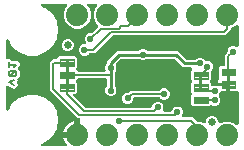
<source format=gbl>
G04 EAGLE Gerber RS-274X export*
G75*
%MOMM*%
%FSLAX34Y34*%
%LPD*%
%INBottom Copper*%
%IPPOS*%
%AMOC8*
5,1,8,0,0,1.08239X$1,22.5*%
G01*
%ADD10C,0.177800*%
%ADD11C,0.099059*%
%ADD12C,1.879600*%
%ADD13C,0.635000*%
%ADD14C,0.554000*%
%ADD15C,0.152400*%
%ADD16C,0.254000*%

G36*
X53303Y3054D02*
X53303Y3054D01*
X53343Y3051D01*
X53461Y3074D01*
X53579Y3089D01*
X53617Y3103D01*
X53656Y3111D01*
X53764Y3162D01*
X53875Y3206D01*
X53907Y3229D01*
X53943Y3246D01*
X54036Y3322D01*
X54133Y3392D01*
X54158Y3423D01*
X54189Y3448D01*
X54259Y3545D01*
X54335Y3637D01*
X54352Y3673D01*
X54376Y3706D01*
X54420Y3817D01*
X54471Y3925D01*
X54478Y3964D01*
X54493Y4001D01*
X54508Y4120D01*
X54531Y4237D01*
X54528Y4277D01*
X54533Y4317D01*
X54518Y4435D01*
X54511Y4555D01*
X54499Y4593D01*
X54494Y4632D01*
X54450Y4743D01*
X54413Y4857D01*
X54392Y4891D01*
X54377Y4928D01*
X54291Y5064D01*
X53289Y6443D01*
X52436Y8117D01*
X51855Y9904D01*
X51815Y10161D01*
X62230Y10161D01*
X62348Y10176D01*
X62467Y10183D01*
X62505Y10196D01*
X62545Y10201D01*
X62656Y10244D01*
X62769Y10281D01*
X62803Y10303D01*
X62841Y10318D01*
X62937Y10388D01*
X63038Y10451D01*
X63066Y10481D01*
X63098Y10504D01*
X63174Y10596D01*
X63256Y10683D01*
X63275Y10718D01*
X63301Y10749D01*
X63352Y10857D01*
X63409Y10961D01*
X63420Y11001D01*
X63437Y11037D01*
X63459Y11154D01*
X63489Y11269D01*
X63493Y11330D01*
X63497Y11350D01*
X63495Y11370D01*
X63499Y11430D01*
X63499Y12701D01*
X64770Y12701D01*
X64888Y12716D01*
X65007Y12723D01*
X65045Y12736D01*
X65085Y12741D01*
X65196Y12785D01*
X65309Y12821D01*
X65344Y12843D01*
X65381Y12858D01*
X65477Y12928D01*
X65578Y12991D01*
X65606Y13021D01*
X65639Y13045D01*
X65714Y13136D01*
X65796Y13223D01*
X65816Y13258D01*
X65841Y13290D01*
X65892Y13397D01*
X65950Y13502D01*
X65960Y13541D01*
X65977Y13577D01*
X65999Y13694D01*
X66029Y13809D01*
X66033Y13870D01*
X66037Y13890D01*
X66035Y13910D01*
X66039Y13970D01*
X66039Y25630D01*
X66024Y25748D01*
X66017Y25867D01*
X66004Y25905D01*
X65999Y25946D01*
X65956Y26056D01*
X65919Y26169D01*
X65897Y26204D01*
X65882Y26241D01*
X65812Y26337D01*
X65749Y26438D01*
X65719Y26466D01*
X65695Y26499D01*
X65604Y26575D01*
X65517Y26656D01*
X65482Y26676D01*
X65451Y26701D01*
X65343Y26752D01*
X65239Y26810D01*
X65199Y26820D01*
X65163Y26837D01*
X65046Y26859D01*
X64931Y26889D01*
X64870Y26893D01*
X64850Y26897D01*
X64830Y26895D01*
X64770Y26899D01*
X64029Y26899D01*
X40385Y50543D01*
X40385Y74056D01*
X43038Y76709D01*
X45276Y76709D01*
X45394Y76724D01*
X45512Y76731D01*
X45551Y76744D01*
X45591Y76749D01*
X45702Y76792D01*
X45815Y76829D01*
X45849Y76851D01*
X45887Y76866D01*
X45983Y76935D01*
X46084Y76999D01*
X46111Y77029D01*
X46144Y77052D01*
X46220Y77144D01*
X46302Y77231D01*
X46321Y77266D01*
X46347Y77297D01*
X46398Y77405D01*
X46455Y77509D01*
X46465Y77549D01*
X46482Y77585D01*
X46505Y77702D01*
X46514Y77737D01*
X48026Y79249D01*
X61829Y79249D01*
X63310Y77768D01*
X63310Y70060D01*
X62855Y69605D01*
X62782Y69511D01*
X62703Y69421D01*
X62684Y69385D01*
X62660Y69353D01*
X62612Y69244D01*
X62558Y69138D01*
X62549Y69099D01*
X62533Y69061D01*
X62515Y68944D01*
X62489Y68828D01*
X62490Y68787D01*
X62483Y68747D01*
X62495Y68629D01*
X62498Y68510D01*
X62509Y68471D01*
X62513Y68431D01*
X62554Y68319D01*
X62587Y68204D01*
X62607Y68169D01*
X62621Y68131D01*
X62688Y68033D01*
X62748Y67930D01*
X62788Y67885D01*
X62799Y67868D01*
X62815Y67855D01*
X62855Y67810D01*
X63332Y67332D01*
X63333Y67327D01*
X63345Y67289D01*
X63350Y67248D01*
X63394Y67138D01*
X63431Y67025D01*
X63452Y66990D01*
X63467Y66953D01*
X63537Y66857D01*
X63601Y66756D01*
X63630Y66728D01*
X63654Y66695D01*
X63746Y66619D01*
X63832Y66538D01*
X63868Y66518D01*
X63899Y66493D01*
X64007Y66442D01*
X64111Y66384D01*
X64150Y66374D01*
X64187Y66357D01*
X64303Y66335D01*
X64419Y66305D01*
X64479Y66301D01*
X64499Y66297D01*
X64519Y66299D01*
X64579Y66295D01*
X86217Y66295D01*
X86267Y66301D01*
X86316Y66299D01*
X86424Y66321D01*
X86533Y66335D01*
X86579Y66353D01*
X86628Y66363D01*
X86726Y66411D01*
X86829Y66452D01*
X86869Y66481D01*
X86913Y66503D01*
X86997Y66574D01*
X87086Y66638D01*
X87118Y66677D01*
X87155Y66709D01*
X87219Y66799D01*
X87289Y66883D01*
X87310Y66928D01*
X87339Y66969D01*
X87378Y67072D01*
X87424Y67171D01*
X87434Y67220D01*
X87451Y67266D01*
X87463Y67376D01*
X87484Y67483D01*
X87481Y67533D01*
X87487Y67582D01*
X87471Y67691D01*
X87464Y67801D01*
X87449Y67848D01*
X87442Y67897D01*
X87390Y68050D01*
X87145Y68641D01*
X87145Y70551D01*
X87876Y72317D01*
X88274Y72714D01*
X88334Y72792D01*
X88402Y72864D01*
X88431Y72917D01*
X88468Y72965D01*
X88508Y73056D01*
X88556Y73142D01*
X88571Y73201D01*
X88595Y73257D01*
X88610Y73355D01*
X88635Y73450D01*
X88641Y73550D01*
X88645Y73571D01*
X88643Y73583D01*
X88645Y73611D01*
X88645Y75028D01*
X97692Y84075D01*
X115285Y84075D01*
X115383Y84087D01*
X115482Y84090D01*
X115540Y84107D01*
X115600Y84115D01*
X115693Y84151D01*
X115788Y84179D01*
X115840Y84209D01*
X115896Y84232D01*
X115976Y84290D01*
X116062Y84340D01*
X116137Y84406D01*
X116153Y84418D01*
X116161Y84428D01*
X116182Y84446D01*
X116579Y84844D01*
X118345Y85575D01*
X120255Y85575D01*
X122021Y84844D01*
X122418Y84446D01*
X122496Y84386D01*
X122568Y84318D01*
X122621Y84289D01*
X122669Y84252D01*
X122760Y84212D01*
X122846Y84164D01*
X122905Y84149D01*
X122961Y84125D01*
X123059Y84110D01*
X123154Y84085D01*
X123254Y84079D01*
X123275Y84075D01*
X123287Y84077D01*
X123315Y84075D01*
X148291Y84075D01*
X150597Y81769D01*
X150597Y81768D01*
X155424Y76941D01*
X155502Y76881D01*
X155574Y76813D01*
X155627Y76784D01*
X155675Y76746D01*
X155766Y76707D01*
X155853Y76659D01*
X155911Y76644D01*
X155967Y76620D01*
X156065Y76605D01*
X156161Y76580D01*
X156261Y76574D01*
X156281Y76570D01*
X156293Y76571D01*
X156321Y76570D01*
X163419Y76570D01*
X163517Y76582D01*
X163616Y76585D01*
X163674Y76602D01*
X163734Y76610D01*
X163827Y76646D01*
X163922Y76673D01*
X163974Y76704D01*
X164030Y76727D01*
X164110Y76785D01*
X164196Y76835D01*
X164271Y76901D01*
X164287Y76913D01*
X164295Y76923D01*
X164316Y76941D01*
X164713Y77339D01*
X166479Y78070D01*
X168389Y78070D01*
X170155Y77339D01*
X171603Y75890D01*
X171612Y75876D01*
X171706Y75787D01*
X171796Y75694D01*
X171822Y75679D01*
X171844Y75658D01*
X171957Y75596D01*
X172067Y75528D01*
X172096Y75519D01*
X172122Y75504D01*
X172247Y75472D01*
X172371Y75434D01*
X172401Y75432D01*
X172430Y75425D01*
X172591Y75415D01*
X174691Y75415D01*
X176457Y74684D01*
X177808Y73333D01*
X178539Y71567D01*
X178539Y69657D01*
X177808Y67891D01*
X176966Y67050D01*
X176905Y66972D01*
X176837Y66900D01*
X176808Y66847D01*
X176771Y66799D01*
X176732Y66708D01*
X176684Y66621D01*
X176669Y66562D01*
X176645Y66507D01*
X176629Y66409D01*
X176604Y66313D01*
X176598Y66213D01*
X176595Y66193D01*
X176596Y66180D01*
X176594Y66152D01*
X176594Y59392D01*
X176139Y58936D01*
X176066Y58842D01*
X175987Y58753D01*
X175968Y58717D01*
X175944Y58685D01*
X175896Y58576D01*
X175842Y58470D01*
X175833Y58431D01*
X175817Y58393D01*
X175799Y58276D01*
X175773Y58160D01*
X175774Y58119D01*
X175767Y58079D01*
X175779Y57961D01*
X175782Y57842D01*
X175793Y57803D01*
X175797Y57763D01*
X175838Y57651D01*
X175871Y57536D01*
X175891Y57501D01*
X175905Y57463D01*
X175972Y57365D01*
X176032Y57262D01*
X176072Y57217D01*
X176083Y57200D01*
X176099Y57187D01*
X176139Y57141D01*
X176594Y56686D01*
X176594Y55541D01*
X176600Y55491D01*
X176598Y55442D01*
X176620Y55334D01*
X176634Y55225D01*
X176652Y55179D01*
X176662Y55130D01*
X176711Y55032D01*
X176751Y54930D01*
X176780Y54889D01*
X176802Y54845D01*
X176873Y54761D01*
X176938Y54672D01*
X176976Y54641D01*
X177008Y54603D01*
X177098Y54540D01*
X177183Y54469D01*
X177228Y54448D01*
X177269Y54420D01*
X177371Y54381D01*
X177471Y54334D01*
X177519Y54325D01*
X177566Y54307D01*
X177675Y54295D01*
X177783Y54274D01*
X177833Y54277D01*
X177882Y54272D01*
X177991Y54287D01*
X178100Y54294D01*
X178148Y54309D01*
X178197Y54316D01*
X178349Y54368D01*
X178877Y54587D01*
X180787Y54587D01*
X182336Y53945D01*
X182345Y53943D01*
X182353Y53938D01*
X182498Y53901D01*
X182643Y53861D01*
X182652Y53861D01*
X182661Y53859D01*
X182822Y53849D01*
X189866Y53849D01*
X189866Y49656D01*
X185826Y49656D01*
X185796Y49653D01*
X185767Y49655D01*
X185639Y49633D01*
X185510Y49616D01*
X185483Y49606D01*
X185454Y49600D01*
X185335Y49547D01*
X185214Y49499D01*
X185191Y49482D01*
X185164Y49470D01*
X185062Y49389D01*
X184957Y49313D01*
X184938Y49290D01*
X184915Y49271D01*
X184837Y49168D01*
X184754Y49068D01*
X184742Y49041D01*
X184724Y49017D01*
X184653Y48873D01*
X183904Y47064D01*
X183609Y46769D01*
X183536Y46674D01*
X183457Y46585D01*
X183438Y46549D01*
X183414Y46517D01*
X183366Y46408D01*
X183312Y46302D01*
X183303Y46263D01*
X183287Y46225D01*
X183269Y46108D01*
X183243Y45992D01*
X183244Y45951D01*
X183237Y45911D01*
X183249Y45793D01*
X183252Y45674D01*
X183263Y45635D01*
X183267Y45595D01*
X183308Y45483D01*
X183341Y45368D01*
X183361Y45333D01*
X183375Y45295D01*
X183442Y45197D01*
X183502Y45094D01*
X183542Y45049D01*
X183553Y45032D01*
X183569Y45019D01*
X183609Y44974D01*
X183904Y44679D01*
X184635Y42913D01*
X184635Y41003D01*
X183904Y39237D01*
X182553Y37886D01*
X180787Y37155D01*
X178877Y37155D01*
X177050Y37912D01*
X177022Y37920D01*
X176995Y37933D01*
X176869Y37962D01*
X176743Y37996D01*
X176714Y37996D01*
X176685Y38003D01*
X176555Y37999D01*
X176425Y38001D01*
X176397Y37994D01*
X176367Y37993D01*
X176242Y37957D01*
X176116Y37927D01*
X176090Y37913D01*
X176062Y37905D01*
X175950Y37839D01*
X175835Y37778D01*
X175813Y37758D01*
X175788Y37743D01*
X175667Y37637D01*
X175113Y37083D01*
X161310Y37083D01*
X159829Y38564D01*
X159829Y46272D01*
X160284Y46727D01*
X160357Y46821D01*
X160436Y46911D01*
X160455Y46947D01*
X160479Y46979D01*
X160527Y47088D01*
X160581Y47194D01*
X160590Y47233D01*
X160606Y47271D01*
X160624Y47388D01*
X160650Y47504D01*
X160649Y47545D01*
X160656Y47585D01*
X160644Y47703D01*
X160641Y47822D01*
X160630Y47861D01*
X160626Y47901D01*
X160585Y48013D01*
X160552Y48128D01*
X160532Y48163D01*
X160518Y48201D01*
X160451Y48299D01*
X160391Y48402D01*
X160351Y48447D01*
X160340Y48464D01*
X160324Y48477D01*
X160284Y48522D01*
X159829Y48978D01*
X159829Y56686D01*
X160284Y57141D01*
X160357Y57235D01*
X160436Y57325D01*
X160455Y57361D01*
X160479Y57393D01*
X160527Y57502D01*
X160581Y57608D01*
X160590Y57647D01*
X160606Y57685D01*
X160624Y57802D01*
X160650Y57918D01*
X160649Y57959D01*
X160656Y57999D01*
X160644Y58117D01*
X160641Y58236D01*
X160630Y58275D01*
X160626Y58315D01*
X160585Y58427D01*
X160552Y58542D01*
X160532Y58577D01*
X160518Y58615D01*
X160451Y58713D01*
X160391Y58816D01*
X160351Y58861D01*
X160340Y58878D01*
X160324Y58891D01*
X160284Y58936D01*
X159829Y59392D01*
X159829Y67100D01*
X160526Y67797D01*
X160611Y67907D01*
X160700Y68014D01*
X160709Y68033D01*
X160721Y68049D01*
X160776Y68176D01*
X160836Y68302D01*
X160840Y68322D01*
X160848Y68341D01*
X160870Y68479D01*
X160896Y68614D01*
X160894Y68635D01*
X160898Y68655D01*
X160884Y68793D01*
X160876Y68932D01*
X160870Y68951D01*
X160868Y68971D01*
X160821Y69103D01*
X160778Y69234D01*
X160767Y69251D01*
X160760Y69271D01*
X160682Y69386D01*
X160608Y69503D01*
X160593Y69517D01*
X160582Y69534D01*
X160477Y69626D01*
X160376Y69721D01*
X160358Y69731D01*
X160343Y69744D01*
X160219Y69807D01*
X160098Y69875D01*
X160078Y69880D01*
X160060Y69889D01*
X159924Y69919D01*
X159790Y69954D01*
X159762Y69956D01*
X159750Y69958D01*
X159729Y69958D01*
X159629Y69964D01*
X153060Y69964D01*
X145926Y77098D01*
X145848Y77158D01*
X145776Y77226D01*
X145723Y77255D01*
X145675Y77292D01*
X145584Y77332D01*
X145497Y77380D01*
X145439Y77395D01*
X145383Y77419D01*
X145285Y77434D01*
X145189Y77459D01*
X145089Y77465D01*
X145069Y77469D01*
X145057Y77467D01*
X145029Y77469D01*
X123315Y77469D01*
X123217Y77457D01*
X123118Y77454D01*
X123060Y77437D01*
X123000Y77429D01*
X122907Y77393D01*
X122812Y77365D01*
X122760Y77335D01*
X122704Y77312D01*
X122624Y77254D01*
X122538Y77204D01*
X122463Y77138D01*
X122447Y77126D01*
X122439Y77116D01*
X122418Y77098D01*
X122021Y76700D01*
X120255Y75969D01*
X118345Y75969D01*
X116579Y76700D01*
X116182Y77098D01*
X116104Y77158D01*
X116032Y77226D01*
X115979Y77255D01*
X115931Y77292D01*
X115840Y77332D01*
X115754Y77380D01*
X115695Y77395D01*
X115639Y77419D01*
X115541Y77434D01*
X115446Y77459D01*
X115346Y77465D01*
X115325Y77469D01*
X115313Y77467D01*
X115285Y77469D01*
X100954Y77469D01*
X100856Y77457D01*
X100757Y77454D01*
X100698Y77437D01*
X100638Y77429D01*
X100546Y77393D01*
X100451Y77365D01*
X100399Y77335D01*
X100343Y77312D01*
X100263Y77254D01*
X100177Y77204D01*
X100102Y77138D01*
X100085Y77126D01*
X100077Y77116D01*
X100056Y77098D01*
X96401Y73442D01*
X96383Y73419D01*
X96361Y73400D01*
X96286Y73294D01*
X96206Y73191D01*
X96195Y73164D01*
X96178Y73140D01*
X96132Y73019D01*
X96080Y72899D01*
X96075Y72870D01*
X96065Y72843D01*
X96051Y72714D01*
X96030Y72585D01*
X96033Y72556D01*
X96030Y72527D01*
X96048Y72398D01*
X96060Y72269D01*
X96070Y72241D01*
X96074Y72212D01*
X96126Y72059D01*
X96751Y70551D01*
X96751Y68641D01*
X96020Y66875D01*
X95622Y66478D01*
X95562Y66400D01*
X95494Y66328D01*
X95465Y66275D01*
X95428Y66227D01*
X95388Y66136D01*
X95340Y66050D01*
X95325Y65991D01*
X95301Y65935D01*
X95286Y65837D01*
X95261Y65742D01*
X95255Y65642D01*
X95251Y65621D01*
X95253Y65609D01*
X95251Y65581D01*
X95251Y54307D01*
X95263Y54209D01*
X95266Y54110D01*
X95283Y54052D01*
X95291Y53992D01*
X95327Y53899D01*
X95355Y53804D01*
X95385Y53752D01*
X95408Y53696D01*
X95466Y53616D01*
X95516Y53530D01*
X95582Y53455D01*
X95594Y53439D01*
X95604Y53431D01*
X95622Y53410D01*
X96020Y53013D01*
X96751Y51247D01*
X96751Y49337D01*
X96020Y47571D01*
X94669Y46220D01*
X92903Y45489D01*
X90993Y45489D01*
X89227Y46220D01*
X87876Y47571D01*
X87145Y49337D01*
X87145Y51247D01*
X87876Y53013D01*
X88274Y53410D01*
X88334Y53488D01*
X88402Y53560D01*
X88431Y53613D01*
X88468Y53661D01*
X88508Y53752D01*
X88556Y53838D01*
X88571Y53897D01*
X88595Y53953D01*
X88610Y54051D01*
X88635Y54146D01*
X88641Y54246D01*
X88645Y54267D01*
X88643Y54279D01*
X88645Y54307D01*
X88645Y59436D01*
X88630Y59554D01*
X88623Y59673D01*
X88610Y59711D01*
X88605Y59752D01*
X88562Y59862D01*
X88525Y59975D01*
X88503Y60010D01*
X88488Y60047D01*
X88419Y60143D01*
X88355Y60244D01*
X88325Y60272D01*
X88302Y60305D01*
X88210Y60381D01*
X88123Y60462D01*
X88088Y60482D01*
X88057Y60507D01*
X87949Y60558D01*
X87845Y60616D01*
X87805Y60626D01*
X87769Y60643D01*
X87652Y60665D01*
X87537Y60695D01*
X87477Y60699D01*
X87457Y60703D01*
X87436Y60701D01*
X87376Y60705D01*
X64579Y60705D01*
X64461Y60690D01*
X64343Y60683D01*
X64304Y60670D01*
X64264Y60665D01*
X64153Y60622D01*
X64040Y60585D01*
X64006Y60563D01*
X63968Y60548D01*
X63872Y60479D01*
X63771Y60415D01*
X63744Y60385D01*
X63711Y60362D01*
X63635Y60270D01*
X63553Y60183D01*
X63534Y60148D01*
X63508Y60117D01*
X63457Y60009D01*
X63400Y59905D01*
X63390Y59865D01*
X63373Y59829D01*
X63350Y59712D01*
X63341Y59677D01*
X62855Y59191D01*
X62782Y59097D01*
X62703Y59007D01*
X62684Y58971D01*
X62660Y58939D01*
X62612Y58830D01*
X62558Y58724D01*
X62549Y58685D01*
X62533Y58647D01*
X62515Y58530D01*
X62489Y58414D01*
X62490Y58373D01*
X62483Y58333D01*
X62495Y58215D01*
X62498Y58096D01*
X62509Y58057D01*
X62513Y58017D01*
X62554Y57905D01*
X62587Y57790D01*
X62607Y57755D01*
X62621Y57717D01*
X62688Y57619D01*
X62748Y57516D01*
X62788Y57471D01*
X62799Y57454D01*
X62815Y57441D01*
X62855Y57396D01*
X63310Y56940D01*
X63310Y49232D01*
X61829Y47751D01*
X61373Y47751D01*
X61236Y47734D01*
X61097Y47721D01*
X61078Y47714D01*
X61058Y47711D01*
X60929Y47660D01*
X60798Y47613D01*
X60781Y47602D01*
X60762Y47594D01*
X60650Y47513D01*
X60535Y47435D01*
X60521Y47419D01*
X60505Y47408D01*
X60416Y47300D01*
X60324Y47196D01*
X60315Y47178D01*
X60302Y47163D01*
X60243Y47037D01*
X60179Y46913D01*
X60175Y46893D01*
X60166Y46875D01*
X60140Y46739D01*
X60110Y46603D01*
X60110Y46582D01*
X60107Y46563D01*
X60115Y46424D01*
X60119Y46285D01*
X60125Y46265D01*
X60126Y46245D01*
X60169Y46113D01*
X60208Y45979D01*
X60218Y45962D01*
X60224Y45943D01*
X60299Y45825D01*
X60369Y45705D01*
X60388Y45684D01*
X60395Y45674D01*
X60410Y45660D01*
X60476Y45585D01*
X69810Y36250D01*
X69889Y36189D01*
X69961Y36121D01*
X70014Y36092D01*
X70062Y36055D01*
X70153Y36016D01*
X70239Y35968D01*
X70298Y35953D01*
X70353Y35929D01*
X70451Y35913D01*
X70547Y35888D01*
X70647Y35882D01*
X70668Y35879D01*
X70680Y35880D01*
X70708Y35878D01*
X125667Y35878D01*
X125785Y35893D01*
X125903Y35901D01*
X125942Y35913D01*
X125982Y35918D01*
X126093Y35962D01*
X126206Y35999D01*
X126240Y36020D01*
X126278Y36035D01*
X126374Y36105D01*
X126475Y36169D01*
X126502Y36198D01*
X126535Y36222D01*
X126611Y36314D01*
X126693Y36400D01*
X126712Y36436D01*
X126738Y36467D01*
X126789Y36575D01*
X126846Y36679D01*
X126856Y36718D01*
X126873Y36755D01*
X126896Y36871D01*
X126926Y36987D01*
X126929Y37047D01*
X126933Y37067D01*
X126932Y37079D01*
X127667Y38852D01*
X129018Y40203D01*
X130783Y40934D01*
X132694Y40934D01*
X134459Y40203D01*
X135810Y38852D01*
X136541Y37087D01*
X136541Y35176D01*
X136155Y34244D01*
X136142Y34196D01*
X136121Y34151D01*
X136100Y34043D01*
X136071Y33937D01*
X136070Y33887D01*
X136061Y33838D01*
X136068Y33729D01*
X136066Y33619D01*
X136078Y33571D01*
X136081Y33521D01*
X136114Y33417D01*
X136140Y33310D01*
X136163Y33266D01*
X136179Y33219D01*
X136237Y33126D01*
X136289Y33029D01*
X136322Y32992D01*
X136349Y32950D01*
X136429Y32875D01*
X136503Y32793D01*
X136544Y32766D01*
X136580Y32732D01*
X136677Y32679D01*
X136768Y32619D01*
X136816Y32602D01*
X136859Y32578D01*
X136965Y32551D01*
X137069Y32515D01*
X137119Y32511D01*
X137167Y32499D01*
X137328Y32489D01*
X142490Y32489D01*
X142519Y32492D01*
X142549Y32490D01*
X142677Y32512D01*
X142806Y32529D01*
X142833Y32539D01*
X142862Y32544D01*
X142981Y32598D01*
X143101Y32646D01*
X143125Y32663D01*
X143152Y32675D01*
X143254Y32756D01*
X143359Y32832D01*
X143378Y32855D01*
X143401Y32874D01*
X143479Y32977D01*
X143562Y33077D01*
X143574Y33104D01*
X143592Y33128D01*
X143663Y33272D01*
X144264Y34725D01*
X145615Y36076D01*
X147381Y36807D01*
X149291Y36807D01*
X151057Y36076D01*
X152408Y34725D01*
X153139Y32959D01*
X153139Y31049D01*
X152473Y29442D01*
X152460Y29394D01*
X152439Y29349D01*
X152418Y29241D01*
X152389Y29135D01*
X152388Y29085D01*
X152379Y29036D01*
X152386Y28927D01*
X152384Y28817D01*
X152396Y28769D01*
X152399Y28719D01*
X152433Y28615D01*
X152458Y28508D01*
X152482Y28464D01*
X152497Y28417D01*
X152556Y28324D01*
X152607Y28227D01*
X152640Y28190D01*
X152667Y28148D01*
X152747Y28073D01*
X152821Y27991D01*
X152862Y27964D01*
X152899Y27930D01*
X152995Y27877D01*
X153087Y27817D01*
X153134Y27800D01*
X153177Y27776D01*
X153283Y27749D01*
X153387Y27713D01*
X153437Y27709D01*
X153485Y27697D01*
X153646Y27687D01*
X161178Y27687D01*
X164362Y24502D01*
X164440Y24442D01*
X164512Y24374D01*
X164565Y24345D01*
X164613Y24308D01*
X164704Y24268D01*
X164791Y24220D01*
X164849Y24205D01*
X164905Y24181D01*
X165003Y24166D01*
X165099Y24141D01*
X165199Y24135D01*
X165219Y24131D01*
X165231Y24133D01*
X165259Y24131D01*
X167374Y24131D01*
X170837Y22696D01*
X170885Y22683D01*
X170930Y22662D01*
X171038Y22641D01*
X171144Y22612D01*
X171194Y22611D01*
X171243Y22602D01*
X171352Y22609D01*
X171462Y22607D01*
X171510Y22619D01*
X171560Y22622D01*
X171664Y22656D01*
X171771Y22681D01*
X171815Y22704D01*
X171862Y22720D01*
X171955Y22779D01*
X172052Y22830D01*
X172089Y22863D01*
X172131Y22890D01*
X172206Y22970D01*
X172288Y23044D01*
X172315Y23085D01*
X172349Y23122D01*
X172402Y23218D01*
X172462Y23310D01*
X172479Y23357D01*
X172503Y23400D01*
X172530Y23506D01*
X172566Y23610D01*
X172570Y23660D01*
X172582Y23708D01*
X172592Y23869D01*
X172592Y24912D01*
X173385Y26826D01*
X174850Y28291D01*
X176764Y29084D01*
X178836Y29084D01*
X180750Y28291D01*
X182215Y26826D01*
X183008Y24912D01*
X183008Y23869D01*
X183014Y23819D01*
X183012Y23770D01*
X183034Y23662D01*
X183048Y23553D01*
X183066Y23507D01*
X183076Y23458D01*
X183124Y23360D01*
X183165Y23257D01*
X183194Y23217D01*
X183216Y23173D01*
X183287Y23089D01*
X183351Y23000D01*
X183390Y22968D01*
X183422Y22931D01*
X183512Y22867D01*
X183596Y22797D01*
X183641Y22776D01*
X183682Y22748D01*
X183785Y22709D01*
X183884Y22662D01*
X183933Y22652D01*
X183979Y22635D01*
X184089Y22623D01*
X184196Y22602D01*
X184246Y22605D01*
X184295Y22600D01*
X184404Y22615D01*
X184514Y22622D01*
X184561Y22637D01*
X184610Y22644D01*
X184763Y22696D01*
X188226Y24131D01*
X192774Y24131D01*
X196975Y22391D01*
X197985Y21381D01*
X198094Y21296D01*
X198201Y21207D01*
X198220Y21198D01*
X198236Y21186D01*
X198363Y21131D01*
X198489Y21072D01*
X198509Y21068D01*
X198528Y21060D01*
X198666Y21038D01*
X198802Y21012D01*
X198822Y21013D01*
X198842Y21010D01*
X198981Y21023D01*
X199119Y21032D01*
X199138Y21038D01*
X199158Y21040D01*
X199290Y21087D01*
X199421Y21130D01*
X199439Y21140D01*
X199458Y21147D01*
X199573Y21225D01*
X199690Y21300D01*
X199704Y21314D01*
X199721Y21326D01*
X199813Y21430D01*
X199908Y21531D01*
X199918Y21549D01*
X199931Y21564D01*
X199994Y21688D01*
X200062Y21810D01*
X200067Y21829D01*
X200076Y21847D01*
X200106Y21983D01*
X200141Y22118D01*
X200143Y22146D01*
X200146Y22158D01*
X200145Y22178D01*
X200151Y22278D01*
X200151Y48640D01*
X200136Y48765D01*
X200126Y48890D01*
X200116Y48922D01*
X200111Y48956D01*
X200065Y49072D01*
X200025Y49192D01*
X200007Y49220D01*
X199994Y49251D01*
X199921Y49353D01*
X199852Y49459D01*
X199827Y49481D01*
X199808Y49509D01*
X199711Y49589D01*
X199618Y49674D01*
X199589Y49690D01*
X199563Y49711D01*
X199449Y49765D01*
X199338Y49825D01*
X199305Y49833D01*
X199275Y49847D01*
X199151Y49871D01*
X199029Y49901D01*
X198996Y49900D01*
X198963Y49907D01*
X198837Y49899D01*
X198711Y49898D01*
X198663Y49888D01*
X198645Y49887D01*
X198625Y49880D01*
X198553Y49866D01*
X197770Y49656D01*
X193166Y49656D01*
X193166Y55118D01*
X193151Y55236D01*
X193144Y55355D01*
X193131Y55393D01*
X193126Y55433D01*
X193083Y55544D01*
X193046Y55657D01*
X193024Y55691D01*
X193009Y55729D01*
X192940Y55825D01*
X192876Y55926D01*
X192849Y55951D01*
X192849Y67691D01*
X192837Y67710D01*
X192833Y67732D01*
X192818Y67739D01*
X192812Y67748D01*
X192802Y67747D01*
X192786Y67754D01*
X190246Y67754D01*
X190227Y67742D01*
X190205Y67738D01*
X190198Y67723D01*
X190189Y67717D01*
X190190Y67707D01*
X190183Y67691D01*
X190183Y57149D01*
X182625Y57149D01*
X182625Y58705D01*
X182832Y59478D01*
X183233Y60172D01*
X183303Y60262D01*
X183381Y60351D01*
X183400Y60387D01*
X183425Y60419D01*
X183472Y60528D01*
X183526Y60634D01*
X183535Y60674D01*
X183551Y60711D01*
X183570Y60828D01*
X183596Y60945D01*
X183594Y60985D01*
X183601Y61025D01*
X183590Y61144D01*
X183586Y61263D01*
X183575Y61301D01*
X183571Y61341D01*
X183531Y61454D01*
X183498Y61568D01*
X183477Y61603D01*
X183463Y61641D01*
X183397Y61739D01*
X183336Y61842D01*
X183296Y61887D01*
X183285Y61904D01*
X183270Y61917D01*
X183230Y61963D01*
X183133Y62059D01*
X183133Y69767D01*
X184614Y71248D01*
X187452Y71248D01*
X187570Y71263D01*
X187689Y71270D01*
X187727Y71283D01*
X187768Y71288D01*
X187878Y71331D01*
X187991Y71368D01*
X188026Y71390D01*
X188063Y71405D01*
X188159Y71474D01*
X188260Y71538D01*
X188288Y71568D01*
X188321Y71591D01*
X188397Y71683D01*
X188478Y71770D01*
X188498Y71805D01*
X188523Y71836D01*
X188574Y71944D01*
X188632Y72048D01*
X188642Y72088D01*
X188659Y72124D01*
X188681Y72241D01*
X188711Y72356D01*
X188715Y72416D01*
X188719Y72436D01*
X188717Y72457D01*
X188721Y72517D01*
X188721Y80406D01*
X190406Y82090D01*
X190466Y82168D01*
X190534Y82240D01*
X190563Y82293D01*
X190600Y82341D01*
X190640Y82432D01*
X190688Y82519D01*
X190703Y82577D01*
X190727Y82633D01*
X190742Y82731D01*
X190767Y82827D01*
X190773Y82923D01*
X190775Y82931D01*
X190775Y82934D01*
X190777Y82947D01*
X190775Y82959D01*
X190777Y82987D01*
X190777Y84267D01*
X191508Y86033D01*
X192859Y87384D01*
X194625Y88115D01*
X196535Y88115D01*
X198396Y87344D01*
X198444Y87331D01*
X198489Y87310D01*
X198597Y87289D01*
X198703Y87260D01*
X198753Y87259D01*
X198802Y87250D01*
X198911Y87257D01*
X199021Y87255D01*
X199069Y87266D01*
X199119Y87270D01*
X199223Y87303D01*
X199330Y87329D01*
X199374Y87352D01*
X199421Y87368D01*
X199514Y87426D01*
X199611Y87478D01*
X199648Y87511D01*
X199690Y87538D01*
X199765Y87618D01*
X199847Y87692D01*
X199874Y87733D01*
X199908Y87769D01*
X199961Y87865D01*
X200021Y87957D01*
X200038Y88004D01*
X200062Y88048D01*
X200089Y88154D01*
X200125Y88258D01*
X200129Y88308D01*
X200141Y88356D01*
X200151Y88517D01*
X200151Y104722D01*
X200134Y104860D01*
X200121Y104998D01*
X200114Y105017D01*
X200111Y105037D01*
X200060Y105166D01*
X200013Y105297D01*
X200002Y105314D01*
X199994Y105333D01*
X199913Y105445D01*
X199835Y105560D01*
X199819Y105574D01*
X199808Y105590D01*
X199700Y105679D01*
X199596Y105771D01*
X199578Y105780D01*
X199563Y105793D01*
X199437Y105852D01*
X199313Y105915D01*
X199293Y105920D01*
X199275Y105928D01*
X199138Y105955D01*
X199003Y105985D01*
X198982Y105984D01*
X198963Y105988D01*
X198824Y105980D01*
X198685Y105975D01*
X198665Y105970D01*
X198645Y105968D01*
X198513Y105926D01*
X198379Y105887D01*
X198362Y105877D01*
X198343Y105870D01*
X198225Y105796D01*
X198105Y105725D01*
X198084Y105707D01*
X198074Y105700D01*
X198060Y105685D01*
X197985Y105619D01*
X196975Y104610D01*
X194078Y103410D01*
X194053Y103395D01*
X194025Y103386D01*
X193915Y103316D01*
X193802Y103252D01*
X193781Y103232D01*
X193756Y103216D01*
X193667Y103121D01*
X193574Y103031D01*
X193558Y103006D01*
X193538Y102984D01*
X193475Y102870D01*
X193407Y102760D01*
X193399Y102731D01*
X193384Y102706D01*
X193352Y102580D01*
X193314Y102456D01*
X193312Y102426D01*
X193305Y102398D01*
X193295Y102237D01*
X193295Y101458D01*
X188888Y97051D01*
X93909Y97051D01*
X93811Y97039D01*
X93712Y97036D01*
X93654Y97019D01*
X93594Y97011D01*
X93502Y96975D01*
X93407Y96947D01*
X93354Y96917D01*
X93298Y96894D01*
X93218Y96836D01*
X93133Y96786D01*
X93057Y96720D01*
X93041Y96708D01*
X93033Y96698D01*
X93012Y96680D01*
X78168Y81835D01*
X74119Y81835D01*
X74021Y81823D01*
X73922Y81820D01*
X73864Y81803D01*
X73804Y81795D01*
X73711Y81759D01*
X73616Y81731D01*
X73564Y81701D01*
X73508Y81678D01*
X73428Y81620D01*
X73342Y81570D01*
X73267Y81504D01*
X73251Y81492D01*
X73243Y81482D01*
X73222Y81464D01*
X72317Y80558D01*
X70551Y79827D01*
X68641Y79827D01*
X66875Y80558D01*
X65524Y81909D01*
X64793Y83675D01*
X64793Y85585D01*
X65524Y87351D01*
X66875Y88702D01*
X68641Y89433D01*
X69462Y89433D01*
X69511Y89439D01*
X69560Y89437D01*
X69668Y89459D01*
X69777Y89473D01*
X69823Y89491D01*
X69872Y89501D01*
X69971Y89549D01*
X70073Y89590D01*
X70113Y89619D01*
X70158Y89641D01*
X70241Y89712D01*
X70330Y89776D01*
X70362Y89815D01*
X70400Y89847D01*
X70463Y89937D01*
X70533Y90021D01*
X70554Y90066D01*
X70583Y90107D01*
X70622Y90210D01*
X70668Y90309D01*
X70678Y90358D01*
X70695Y90404D01*
X70708Y90514D01*
X70728Y90621D01*
X70725Y90671D01*
X70731Y90720D01*
X70715Y90829D01*
X70708Y90939D01*
X70693Y90986D01*
X70686Y91035D01*
X70634Y91188D01*
X69873Y93025D01*
X69873Y94935D01*
X70604Y96701D01*
X71955Y98052D01*
X73721Y98783D01*
X75001Y98783D01*
X75099Y98795D01*
X75198Y98798D01*
X75256Y98815D01*
X75316Y98823D01*
X75408Y98859D01*
X75503Y98887D01*
X75556Y98917D01*
X75612Y98940D01*
X75692Y98998D01*
X75777Y99048D01*
X75853Y99114D01*
X75869Y99126D01*
X75877Y99136D01*
X75898Y99154D01*
X80399Y103656D01*
X80992Y104248D01*
X81065Y104342D01*
X81143Y104431D01*
X81162Y104467D01*
X81187Y104499D01*
X81234Y104609D01*
X81288Y104714D01*
X81297Y104754D01*
X81313Y104791D01*
X81332Y104909D01*
X81358Y105025D01*
X81356Y105065D01*
X81363Y105105D01*
X81352Y105224D01*
X81348Y105343D01*
X81337Y105382D01*
X81333Y105422D01*
X81293Y105534D01*
X81260Y105648D01*
X81239Y105683D01*
X81225Y105721D01*
X81158Y105820D01*
X81098Y105922D01*
X81058Y105967D01*
X81047Y105984D01*
X81031Y105998D01*
X80992Y106043D01*
X79209Y107825D01*
X77469Y112026D01*
X77469Y116574D01*
X79209Y120775D01*
X80219Y121785D01*
X80304Y121894D01*
X80393Y122001D01*
X80402Y122020D01*
X80414Y122036D01*
X80469Y122163D01*
X80528Y122289D01*
X80532Y122309D01*
X80540Y122328D01*
X80562Y122466D01*
X80588Y122602D01*
X80587Y122622D01*
X80590Y122642D01*
X80577Y122781D01*
X80568Y122919D01*
X80562Y122938D01*
X80560Y122958D01*
X80513Y123090D01*
X80470Y123221D01*
X80460Y123239D01*
X80453Y123258D01*
X80375Y123373D01*
X80300Y123490D01*
X80286Y123504D01*
X80274Y123521D01*
X80170Y123613D01*
X80069Y123708D01*
X80051Y123718D01*
X80036Y123731D01*
X79912Y123794D01*
X79790Y123862D01*
X79771Y123867D01*
X79753Y123876D01*
X79617Y123906D01*
X79482Y123941D01*
X79454Y123943D01*
X79442Y123946D01*
X79422Y123945D01*
X79322Y123951D01*
X73078Y123951D01*
X72940Y123934D01*
X72802Y123921D01*
X72783Y123914D01*
X72763Y123911D01*
X72634Y123860D01*
X72503Y123813D01*
X72486Y123802D01*
X72467Y123794D01*
X72355Y123713D01*
X72240Y123635D01*
X72226Y123619D01*
X72210Y123608D01*
X72121Y123500D01*
X72029Y123396D01*
X72020Y123378D01*
X72007Y123363D01*
X71948Y123237D01*
X71885Y123113D01*
X71880Y123093D01*
X71872Y123075D01*
X71845Y122938D01*
X71815Y122803D01*
X71816Y122782D01*
X71812Y122763D01*
X71820Y122624D01*
X71825Y122485D01*
X71830Y122465D01*
X71832Y122445D01*
X71874Y122313D01*
X71913Y122179D01*
X71923Y122162D01*
X71930Y122143D01*
X72004Y122025D01*
X72075Y121905D01*
X72093Y121884D01*
X72100Y121874D01*
X72115Y121860D01*
X72181Y121785D01*
X73191Y120775D01*
X74931Y116574D01*
X74931Y112026D01*
X73191Y107825D01*
X69975Y104609D01*
X65774Y102869D01*
X61226Y102869D01*
X57025Y104609D01*
X53809Y107825D01*
X52069Y112026D01*
X52069Y116574D01*
X53809Y120775D01*
X54819Y121785D01*
X54904Y121894D01*
X54993Y122001D01*
X55002Y122020D01*
X55014Y122036D01*
X55069Y122163D01*
X55128Y122289D01*
X55132Y122309D01*
X55140Y122328D01*
X55162Y122466D01*
X55188Y122602D01*
X55187Y122622D01*
X55190Y122642D01*
X55177Y122781D01*
X55168Y122919D01*
X55162Y122938D01*
X55160Y122958D01*
X55113Y123090D01*
X55070Y123221D01*
X55060Y123239D01*
X55053Y123258D01*
X54975Y123373D01*
X54900Y123490D01*
X54886Y123504D01*
X54874Y123521D01*
X54770Y123613D01*
X54669Y123708D01*
X54651Y123718D01*
X54636Y123731D01*
X54512Y123794D01*
X54390Y123862D01*
X54371Y123867D01*
X54353Y123876D01*
X54217Y123906D01*
X54082Y123941D01*
X54054Y123943D01*
X54042Y123946D01*
X54022Y123945D01*
X53922Y123951D01*
X34316Y123951D01*
X34219Y123939D01*
X34122Y123936D01*
X34062Y123919D01*
X34000Y123911D01*
X33910Y123876D01*
X33816Y123849D01*
X33762Y123817D01*
X33704Y123794D01*
X33626Y123737D01*
X33542Y123688D01*
X33498Y123644D01*
X33447Y123608D01*
X33385Y123532D01*
X33316Y123464D01*
X33284Y123411D01*
X33244Y123363D01*
X33203Y123275D01*
X33153Y123191D01*
X33135Y123131D01*
X33109Y123075D01*
X33091Y122979D01*
X33063Y122886D01*
X33061Y122824D01*
X33049Y122763D01*
X33055Y122665D01*
X33052Y122568D01*
X33065Y122507D01*
X33069Y122445D01*
X33099Y122352D01*
X33120Y122257D01*
X33148Y122202D01*
X33167Y122143D01*
X33219Y122060D01*
X33263Y121973D01*
X33304Y121927D01*
X33337Y121874D01*
X33408Y121807D01*
X33472Y121734D01*
X33523Y121699D01*
X33569Y121656D01*
X33654Y121609D01*
X33734Y121554D01*
X33830Y121512D01*
X33847Y121502D01*
X33858Y121500D01*
X33882Y121489D01*
X36362Y120587D01*
X42195Y115692D01*
X46002Y109098D01*
X47324Y101600D01*
X46002Y94102D01*
X42195Y87508D01*
X36362Y82613D01*
X29207Y80009D01*
X21593Y80009D01*
X14438Y82613D01*
X8605Y87508D01*
X5417Y93030D01*
X5329Y93146D01*
X5244Y93264D01*
X5233Y93272D01*
X5225Y93283D01*
X5111Y93373D01*
X4999Y93467D01*
X4986Y93472D01*
X4976Y93481D01*
X4842Y93540D01*
X4711Y93602D01*
X4698Y93605D01*
X4685Y93610D01*
X4541Y93635D01*
X4398Y93662D01*
X4385Y93661D01*
X4372Y93663D01*
X4226Y93651D01*
X4081Y93642D01*
X4068Y93638D01*
X4055Y93637D01*
X3917Y93589D01*
X3779Y93544D01*
X3767Y93537D01*
X3754Y93532D01*
X3633Y93452D01*
X3510Y93374D01*
X3501Y93364D01*
X3489Y93357D01*
X3392Y93249D01*
X3292Y93142D01*
X3285Y93130D01*
X3276Y93120D01*
X3209Y92992D01*
X3138Y92864D01*
X3135Y92851D01*
X3129Y92839D01*
X3095Y92697D01*
X3059Y92556D01*
X3058Y92538D01*
X3056Y92529D01*
X3056Y92512D01*
X3049Y92395D01*
X3049Y78546D01*
X3064Y78428D01*
X3071Y78309D01*
X3084Y78271D01*
X3089Y78230D01*
X3132Y78120D01*
X3169Y78007D01*
X3191Y77972D01*
X3206Y77935D01*
X3275Y77839D01*
X3339Y77738D01*
X3369Y77710D01*
X3392Y77677D01*
X3484Y77601D01*
X3571Y77520D01*
X3606Y77500D01*
X3637Y77475D01*
X3745Y77424D01*
X3849Y77366D01*
X3889Y77356D01*
X3925Y77339D01*
X4042Y77317D01*
X4157Y77287D01*
X4217Y77283D01*
X4237Y77279D01*
X4258Y77281D01*
X4318Y77277D01*
X6766Y77277D01*
X8513Y75530D01*
X8591Y75469D01*
X8664Y75401D01*
X8717Y75372D01*
X8764Y75335D01*
X8855Y75296D01*
X8942Y75248D01*
X9001Y75233D01*
X9056Y75209D01*
X9154Y75193D01*
X9250Y75168D01*
X9350Y75162D01*
X9370Y75159D01*
X9383Y75160D01*
X9411Y75158D01*
X13122Y75158D01*
X14833Y73447D01*
X14833Y71026D01*
X13729Y69922D01*
X13656Y69828D01*
X13577Y69738D01*
X13558Y69702D01*
X13534Y69670D01*
X13486Y69561D01*
X13432Y69455D01*
X13423Y69416D01*
X13407Y69378D01*
X13389Y69261D01*
X13363Y69145D01*
X13364Y69104D01*
X13358Y69064D01*
X13369Y68945D01*
X13372Y68827D01*
X13384Y68788D01*
X13387Y68748D01*
X13428Y68636D01*
X13461Y68521D01*
X13481Y68486D01*
X13495Y68448D01*
X13562Y68350D01*
X13622Y68247D01*
X13662Y68202D01*
X13674Y68185D01*
X13689Y68172D01*
X13729Y68127D01*
X14146Y67710D01*
X14146Y67709D01*
X14833Y67022D01*
X14833Y65794D01*
X14833Y62483D01*
X13266Y60915D01*
X13220Y60856D01*
X13167Y60804D01*
X13123Y60731D01*
X13071Y60664D01*
X13041Y60596D01*
X13003Y60532D01*
X12978Y60450D01*
X12945Y60372D01*
X12933Y60299D01*
X12911Y60227D01*
X12908Y60142D01*
X12895Y60058D01*
X12902Y59984D01*
X12899Y59909D01*
X12917Y59826D01*
X12924Y59741D01*
X12950Y59671D01*
X12957Y59638D01*
X12301Y57670D01*
X12299Y57661D01*
X12295Y57653D01*
X12268Y57506D01*
X12239Y57358D01*
X12239Y57349D01*
X12237Y57340D01*
X12248Y57190D01*
X12256Y57040D01*
X12259Y57032D01*
X12259Y57022D01*
X12301Y56867D01*
X12948Y54926D01*
X11865Y52761D01*
X9569Y51995D01*
X4886Y54337D01*
X4796Y54368D01*
X4711Y54409D01*
X4647Y54421D01*
X4586Y54442D01*
X4491Y54451D01*
X4398Y54468D01*
X4334Y54464D01*
X4269Y54470D01*
X4175Y54455D01*
X4081Y54449D01*
X4019Y54429D01*
X3955Y54418D01*
X3868Y54380D01*
X3779Y54351D01*
X3724Y54316D01*
X3664Y54290D01*
X3590Y54231D01*
X3510Y54180D01*
X3465Y54133D01*
X3414Y54093D01*
X3357Y54018D01*
X3292Y53949D01*
X3261Y53892D01*
X3221Y53840D01*
X3184Y53753D01*
X3138Y53670D01*
X3122Y53607D01*
X3097Y53547D01*
X3083Y53454D01*
X3059Y53362D01*
X3052Y53251D01*
X3049Y53233D01*
X3050Y53223D01*
X3049Y53202D01*
X3049Y34605D01*
X3067Y34460D01*
X3082Y34315D01*
X3087Y34303D01*
X3089Y34289D01*
X3142Y34154D01*
X3193Y34017D01*
X3201Y34006D01*
X3206Y33994D01*
X3291Y33876D01*
X3374Y33756D01*
X3385Y33747D01*
X3392Y33736D01*
X3504Y33643D01*
X3615Y33548D01*
X3627Y33542D01*
X3637Y33533D01*
X3769Y33472D01*
X3900Y33406D01*
X3913Y33404D01*
X3925Y33398D01*
X4067Y33371D01*
X4211Y33340D01*
X4224Y33341D01*
X4237Y33338D01*
X4382Y33347D01*
X4528Y33353D01*
X4541Y33357D01*
X4555Y33358D01*
X4693Y33403D01*
X4833Y33445D01*
X4845Y33452D01*
X4857Y33456D01*
X4980Y33534D01*
X5105Y33609D01*
X5115Y33619D01*
X5126Y33626D01*
X5226Y33732D01*
X5328Y33836D01*
X5338Y33851D01*
X5344Y33858D01*
X5352Y33873D01*
X5417Y33970D01*
X8605Y39492D01*
X14438Y44387D01*
X21593Y46991D01*
X29207Y46991D01*
X36362Y44387D01*
X42195Y39492D01*
X46002Y32898D01*
X47324Y25400D01*
X46002Y17902D01*
X42195Y11308D01*
X36362Y6413D01*
X33882Y5511D01*
X33795Y5466D01*
X33704Y5430D01*
X33654Y5394D01*
X33599Y5365D01*
X33526Y5301D01*
X33447Y5244D01*
X33407Y5196D01*
X33361Y5154D01*
X33306Y5074D01*
X33244Y4999D01*
X33218Y4942D01*
X33183Y4891D01*
X33150Y4799D01*
X33109Y4711D01*
X33097Y4650D01*
X33076Y4591D01*
X33067Y4494D01*
X33049Y4398D01*
X33053Y4336D01*
X33047Y4274D01*
X33063Y4178D01*
X33069Y4081D01*
X33088Y4022D01*
X33098Y3960D01*
X33137Y3871D01*
X33167Y3779D01*
X33200Y3726D01*
X33225Y3669D01*
X33285Y3592D01*
X33337Y3510D01*
X33382Y3467D01*
X33421Y3418D01*
X33498Y3359D01*
X33569Y3292D01*
X33623Y3262D01*
X33672Y3224D01*
X33762Y3185D01*
X33847Y3138D01*
X33907Y3123D01*
X33965Y3098D01*
X34061Y3083D01*
X34155Y3059D01*
X34259Y3052D01*
X34279Y3049D01*
X34290Y3050D01*
X34316Y3049D01*
X53264Y3049D01*
X53303Y3054D01*
G37*
%LPC*%
G36*
X105217Y38885D02*
X105217Y38885D01*
X103451Y39616D01*
X102100Y40967D01*
X101369Y42733D01*
X101369Y44643D01*
X102100Y46409D01*
X103451Y47760D01*
X105217Y48491D01*
X106497Y48491D01*
X106595Y48503D01*
X106694Y48506D01*
X106752Y48523D01*
X106812Y48531D01*
X106904Y48567D01*
X106999Y48595D01*
X107052Y48625D01*
X107108Y48648D01*
X107188Y48706D01*
X107273Y48756D01*
X107349Y48822D01*
X107365Y48834D01*
X107373Y48844D01*
X107394Y48862D01*
X108800Y50269D01*
X132637Y50269D01*
X132735Y50281D01*
X132834Y50284D01*
X132892Y50301D01*
X132952Y50309D01*
X133045Y50345D01*
X133140Y50373D01*
X133192Y50403D01*
X133248Y50426D01*
X133328Y50484D01*
X133414Y50534D01*
X133489Y50600D01*
X133505Y50612D01*
X133513Y50622D01*
X133534Y50640D01*
X134439Y51546D01*
X136205Y52277D01*
X138115Y52277D01*
X139881Y51546D01*
X141232Y50195D01*
X141963Y48429D01*
X141963Y46519D01*
X141232Y44753D01*
X139881Y43402D01*
X138115Y42671D01*
X136205Y42671D01*
X134439Y43402D01*
X133534Y44308D01*
X133456Y44368D01*
X133384Y44436D01*
X133331Y44465D01*
X133283Y44502D01*
X133192Y44542D01*
X133106Y44590D01*
X133047Y44605D01*
X132991Y44629D01*
X132893Y44644D01*
X132798Y44669D01*
X132698Y44675D01*
X132677Y44679D01*
X132665Y44677D01*
X132637Y44679D01*
X112244Y44679D01*
X112126Y44664D01*
X112007Y44657D01*
X111969Y44644D01*
X111928Y44639D01*
X111818Y44596D01*
X111705Y44559D01*
X111670Y44537D01*
X111633Y44522D01*
X111537Y44453D01*
X111436Y44389D01*
X111408Y44359D01*
X111375Y44336D01*
X111299Y44244D01*
X111218Y44157D01*
X111198Y44122D01*
X111173Y44091D01*
X111122Y43983D01*
X111064Y43879D01*
X111054Y43839D01*
X111037Y43803D01*
X111015Y43686D01*
X110985Y43571D01*
X110981Y43511D01*
X110977Y43491D01*
X110979Y43470D01*
X110975Y43410D01*
X110975Y42733D01*
X110244Y40967D01*
X108893Y39616D01*
X107127Y38885D01*
X105217Y38885D01*
G37*
%LPD*%
%LPC*%
G36*
X54590Y83692D02*
X54590Y83692D01*
X52676Y84485D01*
X51211Y85950D01*
X50418Y87864D01*
X50418Y89936D01*
X51211Y91850D01*
X52676Y93315D01*
X54590Y94108D01*
X56662Y94108D01*
X58576Y93315D01*
X60041Y91850D01*
X60834Y89936D01*
X60834Y87864D01*
X60041Y85950D01*
X58576Y84485D01*
X56662Y83692D01*
X54590Y83692D01*
G37*
%LPD*%
G36*
X56216Y51130D02*
X56216Y51130D01*
X56239Y51134D01*
X56246Y51149D01*
X56255Y51155D01*
X56253Y51165D01*
X56260Y51181D01*
X56260Y75819D01*
X56248Y75838D01*
X56245Y75860D01*
X56229Y75867D01*
X56223Y75876D01*
X56213Y75875D01*
X56198Y75882D01*
X53658Y75882D01*
X53639Y75870D01*
X53616Y75866D01*
X53609Y75851D01*
X53600Y75845D01*
X53602Y75835D01*
X53595Y75819D01*
X53595Y51181D01*
X53607Y51162D01*
X53610Y51140D01*
X53626Y51133D01*
X53632Y51124D01*
X53642Y51125D01*
X53658Y51118D01*
X56198Y51118D01*
X56216Y51130D01*
G37*
%LPC*%
G36*
X51815Y15239D02*
X51815Y15239D01*
X51855Y15496D01*
X52436Y17283D01*
X53289Y18957D01*
X54394Y20478D01*
X55722Y21806D01*
X57243Y22911D01*
X58917Y23764D01*
X60704Y24345D01*
X60961Y24385D01*
X60961Y15239D01*
X51815Y15239D01*
G37*
%LPD*%
G36*
X169500Y50876D02*
X169500Y50876D01*
X169523Y50880D01*
X169530Y50895D01*
X169539Y50901D01*
X169537Y50911D01*
X169544Y50927D01*
X169544Y65151D01*
X169532Y65170D01*
X169529Y65192D01*
X169513Y65199D01*
X169507Y65208D01*
X169497Y65207D01*
X169482Y65214D01*
X166942Y65214D01*
X166923Y65202D01*
X166900Y65198D01*
X166893Y65183D01*
X166884Y65177D01*
X166886Y65167D01*
X166879Y65151D01*
X166879Y50927D01*
X166891Y50908D01*
X166894Y50886D01*
X166910Y50879D01*
X166916Y50870D01*
X166926Y50871D01*
X166942Y50864D01*
X169482Y50864D01*
X169500Y50876D01*
G37*
D10*
X9793Y55150D02*
X5556Y57268D01*
X9793Y59387D01*
X10852Y62634D02*
X6615Y62634D01*
X10852Y62634D02*
X11912Y63693D01*
X11912Y65812D01*
X10852Y66871D01*
X6615Y66871D01*
X5556Y65812D01*
X5556Y63693D01*
X6615Y62634D01*
X10852Y66871D01*
X9793Y70118D02*
X11912Y72237D01*
X5556Y72237D01*
X5556Y74355D02*
X5556Y70118D01*
D11*
X174067Y45225D02*
X174067Y39611D01*
X162357Y39611D01*
X162357Y45225D01*
X174067Y45225D01*
X174067Y40552D02*
X162357Y40552D01*
X162357Y41493D02*
X174067Y41493D01*
X174067Y42434D02*
X162357Y42434D01*
X162357Y43375D02*
X174067Y43375D01*
X174067Y44316D02*
X162357Y44316D01*
X174067Y50025D02*
X174067Y55639D01*
X174067Y50025D02*
X162357Y50025D01*
X162357Y55639D01*
X174067Y55639D01*
X174067Y50966D02*
X162357Y50966D01*
X162357Y51907D02*
X174067Y51907D01*
X174067Y52848D02*
X162357Y52848D01*
X162357Y53789D02*
X174067Y53789D01*
X174067Y54730D02*
X162357Y54730D01*
X174067Y60439D02*
X174067Y66053D01*
X174067Y60439D02*
X162357Y60439D01*
X162357Y66053D01*
X174067Y66053D01*
X174067Y61380D02*
X162357Y61380D01*
X162357Y62321D02*
X174067Y62321D01*
X174067Y63262D02*
X162357Y63262D01*
X162357Y64203D02*
X174067Y64203D01*
X174067Y65144D02*
X162357Y65144D01*
X49073Y71107D02*
X49073Y76721D01*
X60783Y76721D01*
X60783Y71107D01*
X49073Y71107D01*
X49073Y72048D02*
X60783Y72048D01*
X60783Y72989D02*
X49073Y72989D01*
X49073Y73930D02*
X60783Y73930D01*
X60783Y74871D02*
X49073Y74871D01*
X49073Y75812D02*
X60783Y75812D01*
X49073Y66307D02*
X49073Y60693D01*
X49073Y66307D02*
X60783Y66307D01*
X60783Y60693D01*
X49073Y60693D01*
X49073Y61634D02*
X60783Y61634D01*
X60783Y62575D02*
X49073Y62575D01*
X49073Y63516D02*
X60783Y63516D01*
X60783Y64457D02*
X49073Y64457D01*
X49073Y65398D02*
X60783Y65398D01*
X49073Y55893D02*
X49073Y50279D01*
X49073Y55893D02*
X60783Y55893D01*
X60783Y50279D01*
X49073Y50279D01*
X49073Y51220D02*
X60783Y51220D01*
X60783Y52161D02*
X49073Y52161D01*
X49073Y53102D02*
X60783Y53102D01*
X60783Y54043D02*
X49073Y54043D01*
X49073Y54984D02*
X60783Y54984D01*
D12*
X190500Y12700D03*
X165100Y12700D03*
X139700Y12700D03*
X114300Y12700D03*
X88900Y12700D03*
X63500Y12700D03*
X63500Y114300D03*
X88900Y114300D03*
X114300Y114300D03*
X139700Y114300D03*
X165100Y114300D03*
X190500Y114300D03*
D13*
X55626Y88900D03*
X177800Y23876D03*
D11*
X197371Y52692D02*
X197371Y58306D01*
X197371Y52692D02*
X185661Y52692D01*
X185661Y58306D01*
X197371Y58306D01*
X197371Y53633D02*
X185661Y53633D01*
X185661Y54574D02*
X197371Y54574D01*
X197371Y55515D02*
X185661Y55515D01*
X185661Y56456D02*
X197371Y56456D01*
X197371Y57397D02*
X185661Y57397D01*
X197371Y63106D02*
X197371Y68720D01*
X197371Y63106D02*
X185661Y63106D01*
X185661Y68720D01*
X197371Y68720D01*
X197371Y64047D02*
X185661Y64047D01*
X185661Y64988D02*
X197371Y64988D01*
X197371Y65929D02*
X185661Y65929D01*
X185661Y66870D02*
X197371Y66870D01*
X197371Y67811D02*
X185661Y67811D01*
D14*
X100584Y88392D03*
X67056Y94488D03*
X163068Y32004D03*
X195072Y91440D03*
X154940Y81788D03*
X181356Y34544D03*
X195580Y44704D03*
X68580Y55880D03*
X66040Y69596D03*
X113792Y94996D03*
X142240Y66548D03*
X144272Y47244D03*
X106172Y43688D03*
D15*
X109958Y47474D02*
X137160Y47474D01*
X109958Y47474D02*
X106172Y43688D01*
D14*
X137160Y47474D03*
D15*
X165100Y19812D02*
X165100Y12700D01*
X160020Y24892D02*
X98552Y24892D01*
D14*
X98552Y24892D03*
D15*
X160020Y24892D02*
X165100Y19812D01*
D14*
X179832Y49784D03*
D15*
X171260Y49784D01*
X168212Y52832D01*
D14*
X91948Y50292D03*
X91948Y69596D03*
D16*
X91948Y63500D02*
X91948Y50292D01*
X91948Y63500D02*
X91948Y69596D01*
X91948Y73660D01*
X99060Y80772D02*
X119300Y80772D01*
D14*
X119300Y80772D03*
D16*
X99060Y80772D02*
X91948Y73660D01*
D15*
X91948Y63500D02*
X54928Y63500D01*
D16*
X119300Y80772D02*
X146923Y80772D01*
X154428Y73267D02*
X167434Y73267D01*
X154428Y73267D02*
X146923Y80772D01*
D14*
X167434Y73267D03*
X74676Y93980D03*
D15*
X98715Y102870D02*
X100493Y104648D01*
X106680Y104648D01*
X83566Y102870D02*
X74676Y93980D01*
X83566Y102870D02*
X98715Y102870D01*
X106680Y104648D02*
X114300Y112268D01*
X114300Y114300D01*
D14*
X148336Y32004D03*
D15*
X146026Y29694D01*
X65186Y29694D01*
X43180Y51700D01*
X43180Y72898D01*
X44196Y73914D01*
X54928Y73914D01*
D14*
X131739Y36132D03*
D15*
X128691Y33084D01*
X69025Y33084D01*
X54928Y47181D02*
X54928Y53086D01*
X54928Y47181D02*
X69025Y33084D01*
D14*
X195580Y83312D03*
D15*
X191516Y79248D02*
X191516Y65913D01*
X191516Y79248D02*
X195580Y83312D01*
D14*
X173736Y70612D03*
D15*
X173736Y68771D01*
X168212Y63246D01*
D14*
X69596Y84630D03*
D15*
X77010Y84630D01*
X92226Y99846D02*
X187730Y99846D01*
X190500Y102616D01*
X190500Y114300D01*
X92226Y99846D02*
X77010Y84630D01*
D14*
X179832Y41958D03*
D15*
X179372Y42418D01*
X168212Y42418D01*
M02*

</source>
